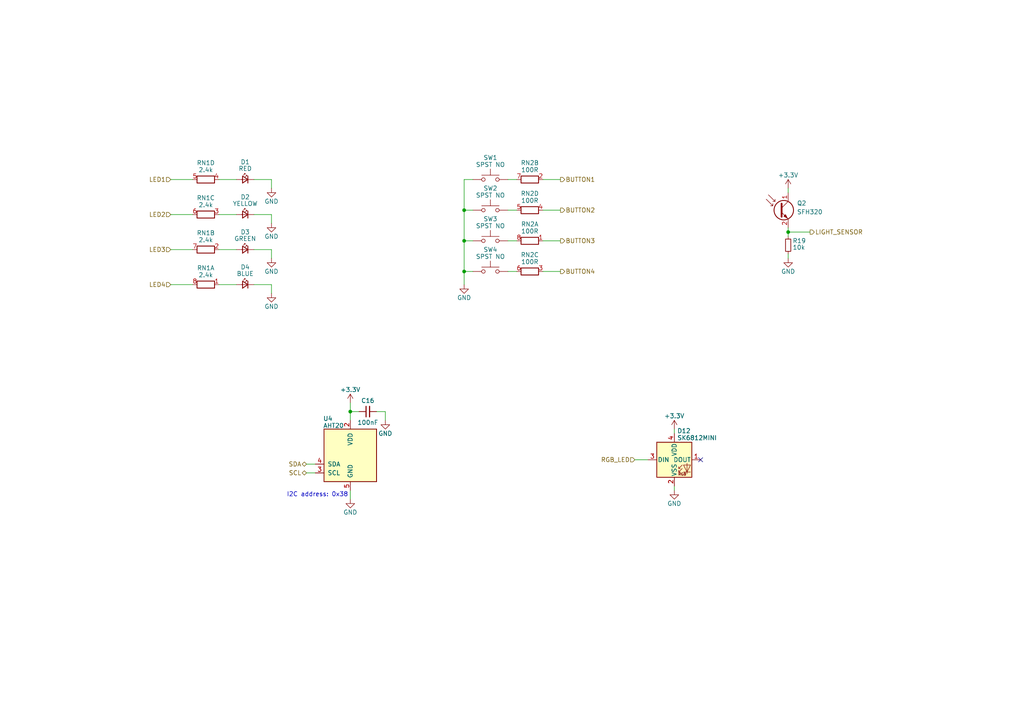
<source format=kicad_sch>
(kicad_sch (version 20240620) (generator "eeschema") (generator_version "8.99")
  (paper "A4")
  (title_block (title "FIIT ESP32 Kit") (date "2024-08-05") (rev "0.1") (company "FIIT STU") (comment 1 "Ing. Matej Pončák"))
  (lib_symbols
    (symbol "Device:C_Small" (pin_numbers hide) (pin_names (offset 0.254) hide)
      (property "Reference" "C" (at 0.254 1.778 0))
      (property "Value" "C_Small" (at 0.254 -2.032 0))
      (symbol "C_Small_0_1"
        (polyline (pts (xy -1.524 0.508) (xy 1.524 0.508)) (stroke (width 0.3048)))
        (polyline (pts (xy -1.524 -0.508) (xy 1.524 -0.508)) (stroke (width 0.3302)))
      )
      (symbol "C_Small_1_1"
        (pin passive line (at 0 2.54 270) (length 2.032) (name "~") (number "1"))
        (pin passive line (at 0 -2.54 90) (length 2.032) (name "~") (number "2"))
      )
    )
    (symbol "Device:LED_Small" (pin_numbers hide) (pin_names (offset 0.254) hide)
      (property "Reference" "D" (at -1.27 3.175 0))
      (property "Value" "LED_Small" (at -4.445 -2.54 0))
      (symbol "LED_Small_0_1"
        (polyline (pts (xy -0.762 -1.016) (xy -0.762 1.016)) (stroke (width 0.254)))
        (polyline (pts (xy 0 0.762) (xy -0.508 1.27) (xy -0.254 1.27) (xy -0.508 1.27) (xy -0.508 1.016)))
        (polyline (pts (xy 0.508 1.27) (xy 0 1.778) (xy 0.254 1.778) (xy 0 1.778) (xy 0 1.524)))
        (polyline (pts (xy 0.762 -1.016) (xy -0.762 0) (xy 0.762 1.016) (xy 0.762 -1.016)) (stroke (width 0.254)))
        (polyline (pts (xy 1.016 0) (xy -0.762 0)))
      )
      (symbol "LED_Small_1_1"
        (pin passive line (at -2.54 0 0) (length 1.778) (name "K") (number "1"))
        (pin passive line (at 2.54 0 180) (length 1.778) (name "A") (number "2"))
      )
    )
    (symbol "Device:R_Pack04_Split" (pin_names (offset 0) hide)
      (property "Reference" "RN" (at 2.032 0 90))
      (property "Value" "R_Pack04_Split" (at 0 0 90))
      (symbol "R_Pack04_Split_0_1"
        (rectangle (start 1.016 2.54) (end -1.016 -2.54) (stroke (width 0.254)))
      )
      (symbol "R_Pack04_Split_1_1"
        (pin passive line (at 0 3.81 270) (length 1.27) (name "R1.2") (number "8"))
        (pin passive line (at 0 -3.81 90) (length 1.27) (name "R1.1") (number "1"))
      )
      (symbol "R_Pack04_Split_2_1"
        (pin passive line (at 0 3.81 270) (length 1.27) (name "R2.2") (number "7"))
        (pin passive line (at 0 -3.81 90) (length 1.27) (name "R2.1") (number "2"))
      )
      (symbol "R_Pack04_Split_3_1"
        (pin passive line (at 0 3.81 270) (length 1.27) (name "R3.2") (number "6"))
        (pin passive line (at 0 -3.81 90) (length 1.27) (name "R3.1") (number "3"))
      )
      (symbol "R_Pack04_Split_4_1"
        (pin passive line (at 0 3.81 270) (length 1.27) (name "R4.2") (number "5"))
        (pin passive line (at 0 -3.81 90) (length 1.27) (name "R4.1") (number "4"))
      )
    )
    (symbol "Device:R_Small" (pin_numbers hide) (pin_names (offset 0.254) hide)
      (property "Reference" "R" (at 0.762 0.508 0))
      (property "Value" "R_Small" (at 0.762 -1.016 0))
      (symbol "R_Small_0_1"
        (rectangle (start -0.762 1.778) (end 0.762 -1.778) (stroke (width 0.2032)))
      )
      (symbol "R_Small_1_1"
        (pin passive line (at 0 2.54 270) (length 0.762) (name "~") (number "1"))
        (pin passive line (at 0 -2.54 90) (length 0.762) (name "~") (number "2"))
      )
    )
    (symbol "FIIT_Kit:AHT20" (pin_names (offset 1.016))
      (property "Reference" "U" (at -7.366 8.636 0))
      (property "Value" "AHT20" (at -7.62 -10.16 0))
      (symbol "AHT20_0_0"
        (rectangle (start -7.62 7.62) (end 7.62 -7.62) (stroke (width 0.254)) (fill (type background)))
      )
      (symbol "AHT20_1_0"
        (pin bidirectional line (at -10.16 -2.54 0) (length 2.54) (name "SDA") (number "4"))
        (pin bidirectional line (at -10.16 -5.08 0) (length 2.54) (name "SCL") (number "3"))
        (pin no_connect line (at -7.62 5.08 0) (length 2.54) hide (name "NC") (number "1"))
        (pin power_in line (at 0 10.16 270) (length 2.54) (name "VDD") (number "2"))
        (pin power_in line (at 0 -10.16 90) (length 2.54) (name "GND") (number "5"))
        (pin no_connect line (at 7.62 5.08 180) (length 2.54) hide (name "NC") (number "6"))
      )
    )
    (symbol "LED:SK6812MINI" (pin_names (offset 0.254))
      (property "Reference" "D" (at 5.08 5.715 0))
      (property "Value" "SK6812MINI" (at 1.27 -5.715 0))
      (symbol "SK6812MINI_0_0"
        (text "RGB" (at 2.286 -4.191 0) (effects (font (size 0.762 0.762))))
      )
      (symbol "SK6812MINI_0_1"
        (polyline (pts (xy 1.27 -2.54) (xy 1.778 -2.54)))
        (polyline (pts (xy 1.27 -3.556) (xy 1.778 -3.556)))
        (polyline (pts (xy 2.286 -1.524) (xy 1.27 -2.54) (xy 1.27 -2.032)))
        (polyline (pts (xy 2.286 -2.54) (xy 1.27 -3.556) (xy 1.27 -3.048)))
        (polyline (pts (xy 3.683 -1.016) (xy 3.683 -3.556) (xy 3.683 -4.064)))
        (polyline (pts (xy 4.699 -1.524) (xy 2.667 -1.524) (xy 3.683 -3.556) (xy 4.699 -1.524)))
        (polyline (pts (xy 4.699 -3.556) (xy 2.667 -3.556)))
        (rectangle (start 5.08 5.08) (end -5.08 -5.08) (stroke (width 0.254)) (fill (type background)))
      )
      (symbol "SK6812MINI_1_1"
        (pin input line (at -7.62 0 0) (length 2.54) (name "DIN") (number "3"))
        (pin power_in line (at 0 7.62 270) (length 2.54) (name "VDD") (number "4"))
        (pin power_in line (at 0 -7.62 90) (length 2.54) (name "VSS") (number "2"))
        (pin output line (at 7.62 0 180) (length 2.54) (name "DOUT") (number "1"))
      )
    )
    (symbol "Sensor_Optical:SFH320" (pin_names (offset 0) hide)
      (property "Reference" "Q" (at 5.08 1.27 0))
      (property "Value" "SFH320" (at 5.08 -1.27 0))
      (symbol "SFH320_0_1"
        (polyline (pts (xy -3.81 3.175) (xy -1.905 1.27) (xy -1.905 1.905)))
        (polyline (pts (xy -3.175 4.445) (xy -1.27 2.54) (xy -1.27 3.175)))
        (polyline (pts (xy -1.905 1.27) (xy -2.54 1.27)))
        (polyline (pts (xy -1.27 2.54) (xy -1.905 2.54)))
        (polyline (pts (xy 0.635 1.905) (xy 0.635 -1.905) (xy 0.635 -1.905)) (stroke (width 0.508)))
        (polyline (pts (xy 0.635 0.635) (xy 2.54 2.54)))
        (polyline (pts (xy 0.635 -0.635) (xy 2.54 -2.54) (xy 2.54 -2.54)))
        (circle (center 1.27 0) (radius 2.8194) (stroke (width 0.254)))
        (polyline (pts (xy 1.27 -1.778) (xy 1.778 -1.27) (xy 2.286 -2.286) (xy 1.27 -1.778) (xy 1.27 -1.778)) (fill (type outline)))
      )
      (symbol "SFH320_1_1"
        (pin passive line (at 2.54 5.08 270) (length 2.54) (name "C") (number "1"))
        (pin passive line (at 2.54 -5.08 90) (length 2.54) (name "E") (number "2"))
      )
    )
    (symbol "Switch:SW_Push" (pin_numbers hide) (pin_names (offset 1.016) hide)
      (property "Reference" "SW" (at 1.27 2.54 0))
      (property "Value" "SW_Push" (at 0 -1.524 0))
      (symbol "SW_Push_0_1"
        (circle (center -2.032 0) (radius 0.508))
        (polyline (pts (xy 0 1.27) (xy 0 3.048)))
        (circle (center 2.032 0) (radius 0.508))
        (polyline (pts (xy 2.54 1.27) (xy -2.54 1.27)))
        (pin passive line (at -5.08 0 0) (length 2.54) (name "1") (number "1"))
        (pin passive line (at 5.08 0 180) (length 2.54) (name "2") (number "2"))
      )
    )
    (symbol "power:+3.3V" (power) (pin_names (offset 0))
      (property "Value" "+3.3V" (at 0 3.556 0))
      (symbol "+3.3V_0_1"
        (polyline (pts (xy -0.762 1.27) (xy 0 2.54)))
        (polyline (pts (xy 0 2.54) (xy 0.762 1.27)))
        (polyline (pts (xy 0 0) (xy 0 2.54)))
      )
      (symbol "+3.3V_1_1"
        (pin power_in line (at 0 0 90) (length 0) hide (name "+3.3V") (number "1"))
      )
    )
    (symbol "power:GND" (power) (pin_names (offset 0))
      (property "Value" "GND" (at 0 -3.81 0))
      (symbol "GND_0_1"
        (polyline (pts (xy 0 0) (xy 0 -1.27) (xy 1.27 -1.27) (xy 0 -2.54) (xy -1.27 -1.27) (xy 0 -1.27)))
      )
      (symbol "GND_1_1"
        (pin power_in line (at 0 0 270) (length 0) hide (name "GND") (number "1"))
      )
    )
  )
  (text "I2C address: 0x38" (at 92.075 143.51 0) (effects (font (size 1.27 1.27))))
  (junction (at 134.62 69.85))
  (junction (at 101.6 119.38))
  (junction (at 228.6 67.31))
  (junction (at 134.62 78.74))
  (junction (at 134.62 60.96))
  (no_connect (at 203.2 133.35))
  (wire (pts (xy 63.5 72.39) (xy 68.58 72.39)))
  (wire (pts (xy 63.5 62.23) (xy 68.58 62.23)))
  (wire (pts (xy 134.62 52.07) (xy 134.62 60.96)))
  (wire (pts (xy 88.9 137.16) (xy 91.44 137.16)))
  (wire (pts (xy 147.32 78.74) (xy 149.86 78.74)))
  (wire (pts (xy 49.53 82.55) (xy 55.88 82.55)))
  (wire (pts (xy 134.62 60.96) (xy 134.62 69.85)))
  (wire (pts (xy 134.62 78.74) (xy 137.16 78.74)))
  (wire (pts (xy 162.56 60.96) (xy 157.48 60.96)))
  (wire (pts (xy 78.74 72.39) (xy 78.74 74.93)))
  (wire (pts (xy 137.16 52.07) (xy 134.62 52.07)))
  (wire (pts (xy 49.53 62.23) (xy 55.88 62.23)))
  (wire (pts (xy 134.62 60.96) (xy 137.16 60.96)))
  (wire (pts (xy 63.5 52.07) (xy 68.58 52.07)))
  (wire (pts (xy 101.6 142.24) (xy 101.6 144.78)))
  (wire (pts (xy 195.58 140.97) (xy 195.58 142.24)))
  (wire (pts (xy 101.6 116.84) (xy 101.6 119.38)))
  (wire (pts (xy 147.32 52.07) (xy 149.86 52.07)))
  (wire (pts (xy 111.76 119.38) (xy 111.76 121.92)))
  (wire (pts (xy 147.32 60.96) (xy 149.86 60.96)))
  (wire (pts (xy 134.62 69.85) (xy 137.16 69.85)))
  (wire (pts (xy 109.22 119.38) (xy 111.76 119.38)))
  (wire (pts (xy 101.6 119.38) (xy 101.6 121.92)))
  (wire (pts (xy 88.9 134.62) (xy 91.44 134.62)))
  (wire (pts (xy 195.58 124.46) (xy 195.58 125.73)))
  (wire (pts (xy 228.6 67.31) (xy 234.95 67.31)))
  (wire (pts (xy 101.6 119.38) (xy 104.14 119.38)))
  (wire (pts (xy 162.56 52.07) (xy 157.48 52.07)))
  (wire (pts (xy 184.15 133.35) (xy 187.96 133.35)))
  (wire (pts (xy 228.6 66.04) (xy 228.6 67.31)))
  (wire (pts (xy 73.66 52.07) (xy 78.74 52.07)))
  (wire (pts (xy 134.62 78.74) (xy 134.62 82.55)))
  (wire (pts (xy 228.6 54.61) (xy 228.6 55.88)))
  (wire (pts (xy 228.6 73.66) (xy 228.6 74.93)))
  (wire (pts (xy 73.66 62.23) (xy 78.74 62.23)))
  (wire (pts (xy 49.53 72.39) (xy 55.88 72.39)))
  (wire (pts (xy 162.56 69.85) (xy 157.48 69.85)))
  (wire (pts (xy 147.32 69.85) (xy 149.86 69.85)))
  (wire (pts (xy 78.74 82.55) (xy 78.74 85.09)))
  (wire (pts (xy 134.62 69.85) (xy 134.62 78.74)))
  (wire (pts (xy 78.74 62.23) (xy 78.74 64.77)))
  (wire (pts (xy 73.66 82.55) (xy 78.74 82.55)))
  (wire (pts (xy 162.56 78.74) (xy 157.48 78.74)))
  (wire (pts (xy 73.66 72.39) (xy 78.74 72.39)))
  (wire (pts (xy 228.6 67.31) (xy 228.6 68.58)))
  (wire (pts (xy 63.5 82.55) (xy 68.58 82.55)))
  (wire (pts (xy 78.74 52.07) (xy 78.74 54.61)))
  (wire (pts (xy 49.53 52.07) (xy 55.88 52.07)))
  (hierarchical_label "SCL" (shape bidirectional) (at 88.9 137.16 180))
  (hierarchical_label "SDA" (shape bidirectional) (at 88.9 134.62 180))
  (hierarchical_label "LED1" (shape input) (at 49.53 52.07 180))
  (hierarchical_label "LED2" (shape input) (at 49.53 62.23 180))
  (hierarchical_label "LED3" (shape input) (at 49.53 72.39 180))
  (hierarchical_label "BUTTON2" (shape output) (at 162.56 60.96 0))
  (hierarchical_label "LIGHT_SENSOR" (shape output) (at 234.95 67.31 0))
  (hierarchical_label "RGB_LED" (shape input) (at 184.15 133.35 180))
  (hierarchical_label "BUTTON3" (shape output) (at 162.56 69.85 0))
  (hierarchical_label "BUTTON4" (shape output) (at 162.56 78.74 0))
  (hierarchical_label "LED4" (shape input) (at 49.53 82.55 180))
  (hierarchical_label "BUTTON1" (shape output) (at 162.56 52.07 0))
  (symbol (lib_id "power:GND") (at 134.62 82.55 0) (unit 1)
    (property "Reference" "#PWR062" (effects (hide yes)))
    (property "Value" "GND" (at 134.62 86.36 0))
    (property "Description" "Power symbol creates a global label with name \"GND\" , ground" (effects (hide yes)))
  )
  (symbol (lib_id "power:GND") (at 78.74 85.09 0) (unit 1)
    (property "Reference" "#PWR058" (effects (hide yes)))
    (property "Value" "GND" (at 78.74 88.9 0))
    (property "Description" "Power symbol creates a global label with name \"GND\" , ground" (effects (hide yes)))
  )
  (symbol (lib_id "Device:R_Pack04_Split") (at 59.69 62.23 90) (unit 3)
    (property "Reference" "RN1" (at 59.69 57.404 90))
    (property "Value" "2.4k" (at 59.69 59.436 90))
    (property "Footprint" "Resistor_SMD:R_Array_Convex_4x0603" (effects (hide yes)))
    (property "Description" "4 resistor network, parallel topology, split" (effects (hide yes)))
    (property "LCSC" "C425225" (effects (hide yes)))
    (property "Manufacturer Part Number" "4D03WGF2401T5E" (effects (hide yes)))
  )
  (symbol (lib_id "power:GND") (at 101.6 144.78 0) (unit 1)
    (property "Reference" "#PWR060" (effects (hide yes)))
    (property "Value" "GND" (at 101.6 148.59 0))
    (property "Description" "Power symbol creates a global label with name \"GND\" , ground" (effects (hide yes)))
  )
  (symbol (lib_id "Device:LED_Small") (at 71.12 72.39 0) (mirror y) (unit 1)
    (property "Reference" "D3" (at 71.12 67.31 0))
    (property "Value" "GREEN" (at 71.12 69.215 0))
    (property "Footprint" "LED_SMD:LED_0805_2012Metric" (effects (hide yes)))
    (property "Description" "Light emitting diode, small symbol" (effects (hide yes)))
    (property "LCSC" "C2297" (effects (hide yes)))
    (property "Manufacturer Part Number" "KT-0805G" (effects (hide yes)))
  )
  (symbol (lib_id "Device:R_Pack04_Split") (at 59.69 72.39 90) (unit 2)
    (property "Reference" "RN1" (at 59.69 67.564 90))
    (property "Value" "2.4k" (at 59.69 69.596 90))
    (property "Footprint" "Resistor_SMD:R_Array_Convex_4x0603" (effects (hide yes)))
    (property "Description" "4 resistor network, parallel topology, split" (effects (hide yes)))
    (property "LCSC" "C425225" (effects (hide yes)))
    (property "Manufacturer Part Number" "4D03WGF2401T5E" (effects (hide yes)))
  )
  (symbol (lib_id "Switch:SW_Push") (at 142.24 69.85 0) (unit 1)
    (property "Reference" "SW3" (at 142.24 63.5 0))
    (property "Value" "SPST NO" (at 142.24 65.532 0))
    (property "Footprint" "Button_Switch_SMD:SW_SPST_PTS647_Sx38" (effects (hide yes)))
    (property "Description" "Push button switch, generic, two pins" (effects (hide yes)))
    (property "Manufacturer Part Number" "TS-1187A-B-A-B" (effects (hide yes)))
    (property "LCSC" "C318884" (effects (hide yes)))
  )
  (symbol (lib_id "Device:LED_Small") (at 71.12 52.07 0) (mirror y) (unit 1)
    (property "Reference" "D1" (at 71.12 46.99 0))
    (property "Value" "RED" (at 71.12 48.895 0))
    (property "Footprint" "LED_SMD:LED_0805_2012Metric" (effects (hide yes)))
    (property "Description" "Light emitting diode, small symbol" (effects (hide yes)))
    (property "LCSC" "C2295" (effects (hide yes)))
    (property "Manufacturer Part Number" "KT-0805R" (effects (hide yes)))
  )
  (symbol (lib_id "power:GND") (at 78.74 74.93 0) (unit 1)
    (property "Reference" "#PWR057" (effects (hide yes)))
    (property "Value" "GND" (at 78.74 78.74 0))
    (property "Description" "Power symbol creates a global label with name \"GND\" , ground" (effects (hide yes)))
  )
  (symbol (lib_id "Device:R_Pack04_Split") (at 153.67 69.85 90) (unit 1)
    (property "Reference" "RN2" (at 153.67 65.024 90))
    (property "Value" "100R" (at 153.67 67.056 90))
    (property "Footprint" "Resistor_SMD:R_Array_Convex_4x0603" (effects (hide yes)))
    (property "Description" "4 resistor network, parallel topology, split" (effects (hide yes)))
    (property "LCSC" "C425240" (effects (hide yes)))
    (property "Manufacturer Part Number" "4D03WGF1000T5E" (effects (hide yes)))
  )
  (symbol (lib_id "power:GND") (at 78.74 64.77 0) (unit 1)
    (property "Reference" "#PWR056" (effects (hide yes)))
    (property "Value" "GND" (at 78.74 68.58 0))
    (property "Description" "Power symbol creates a global label with name \"GND\" , ground" (effects (hide yes)))
  )
  (symbol (lib_id "power:+3.3V") (at 195.58 124.46 0) (unit 1)
    (property "Reference" "#PWR063" (effects (hide yes)))
    (property "Value" "+3.3V" (at 195.58 120.65 0))
    (property "Description" "Power symbol creates a global label with name \"+3.3V\"" (effects (hide yes)))
  )
  (symbol (lib_id "Device:R_Pack04_Split") (at 153.67 60.96 90) (unit 4)
    (property "Reference" "RN2" (at 153.67 56.134 90))
    (property "Value" "100R" (at 153.67 58.166 90))
    (property "Footprint" "Resistor_SMD:R_Array_Convex_4x0603" (effects (hide yes)))
    (property "Description" "4 resistor network, parallel topology, split" (effects (hide yes)))
    (property "LCSC" "C425240" (effects (hide yes)))
    (property "Manufacturer Part Number" "4D03WGF1000T5E" (effects (hide yes)))
  )
  (symbol (lib_id "power:+3.3V") (at 228.6 54.61 0) (unit 1)
    (property "Reference" "#PWR065" (effects (hide yes)))
    (property "Value" "+3.3V" (at 228.6 50.8 0))
    (property "Description" "Power symbol creates a global label with name \"+3.3V\"" (effects (hide yes)))
  )
  (symbol (lib_id "Switch:SW_Push") (at 142.24 60.96 0) (unit 1)
    (property "Reference" "SW2" (at 142.24 54.61 0))
    (property "Value" "SPST NO" (at 142.24 56.642 0))
    (property "Footprint" "Button_Switch_SMD:SW_SPST_PTS647_Sx38" (effects (hide yes)))
    (property "Description" "Push button switch, generic, two pins" (effects (hide yes)))
    (property "Manufacturer Part Number" "TS-1187A-B-A-B" (effects (hide yes)))
    (property "LCSC" "C318884" (effects (hide yes)))
  )
  (symbol (lib_id "Device:C_Small") (at 106.68 119.38 90) (unit 1)
    (property "Reference" "C16" (at 106.68 116.205 90))
    (property "Value" "100nF" (at 106.68 122.555 90))
    (property "Footprint" "Capacitor_SMD:C_0603_1608Metric" (effects (hide yes)))
    (property "Description" "Unpolarized capacitor, small symbol" (effects (hide yes)))
    (property "LCSC" "C14663" (effects (hide yes)))
    (property "Manufacturer Part Number" "CC0603KRX7R9BB104" (effects (hide yes)))
  )
  (symbol (lib_id "Device:R_Pack04_Split") (at 153.67 52.07 90) (unit 2)
    (property "Reference" "RN2" (at 153.67 47.244 90))
    (property "Value" "100R" (at 153.67 49.276 90))
    (property "Footprint" "Resistor_SMD:R_Array_Convex_4x0603" (effects (hide yes)))
    (property "Description" "4 resistor network, parallel topology, split" (effects (hide yes)))
    (property "LCSC" "C425240" (effects (hide yes)))
    (property "Manufacturer Part Number" "4D03WGF1000T5E" (effects (hide yes)))
  )
  (symbol (lib_id "LED:SK6812MINI") (at 195.58 133.35 0) (unit 1)
    (property "Reference" "D12" (at 198.374 124.968 0))
    (property "Value" "SK6812MINI" (at 202.184 127 0))
    (property "Footprint" "LED_SMD:LED_SK6812MINI_PLCC4_3.5x3.5mm_P1.75mm" (effects (hide yes)))
    (property "Datasheet" "https://cdn-shop.adafruit.com/product-files/2686/SK6812MINI_REV.01-1-2.pdf" (effects (hide yes)))
    (property "Description" "RGB LED with integrated controller" (effects (hide yes)))
    (property "LCSC" "C2886570" (effects (hide yes)))
    (property "Manufacturer Part Number" "SK6812mini" (effects (hide yes)))
  )
  (symbol (lib_id "Device:R_Pack04_Split") (at 59.69 82.55 90) (unit 1)
    (property "Reference" "RN1" (at 59.69 77.724 90))
    (property "Value" "2.4k" (at 59.69 79.756 90))
    (property "Footprint" "Resistor_SMD:R_Array_Convex_4x0603" (effects (hide yes)))
    (property "Description" "4 resistor network, parallel topology, split" (effects (hide yes)))
    (property "LCSC" "C425225" (effects (hide yes)))
    (property "Manufacturer Part Number" "4D03WGF2401T5E" (effects (hide yes)))
  )
  (symbol (lib_id "Device:R_Pack04_Split") (at 153.67 78.74 90) (unit 3)
    (property "Reference" "RN2" (at 153.67 73.914 90))
    (property "Value" "100R" (at 153.67 75.946 90))
    (property "Footprint" "Resistor_SMD:R_Array_Convex_4x0603" (effects (hide yes)))
    (property "Description" "4 resistor network, parallel topology, split" (effects (hide yes)))
    (property "LCSC" "C425240" (effects (hide yes)))
    (property "Manufacturer Part Number" "4D03WGF1000T5E" (effects (hide yes)))
  )
  (symbol (lib_id "Device:R_Small") (at 228.6 71.12 0) (unit 1)
    (property "Reference" "R19" (at 229.87 69.85 0) (effects (justify left)))
    (property "Value" "10k" (at 229.87 71.755 0) (effects (justify left)))
    (property "Footprint" "Resistor_SMD:R_0603_1608Metric" (effects (hide yes)))
    (property "Description" "Resistor, small symbol" (effects (hide yes)))
    (property "LCSC" "C25804" (effects (hide yes)))
    (property "Manufacturer Part Number" "0603WAF1002T5E" (effects (hide yes)))
  )
  (symbol (lib_id "power:GND") (at 228.6 74.93 0) (unit 1)
    (property "Reference" "#PWR066" (effects (hide yes)))
    (property "Value" "GND" (at 228.6 78.74 0))
    (property "Description" "Power symbol creates a global label with name \"GND\" , ground" (effects (hide yes)))
  )
  (symbol (lib_id "Device:R_Pack04_Split") (at 59.69 52.07 90) (unit 4)
    (property "Reference" "RN1" (at 59.69 47.244 90))
    (property "Value" "2.4k" (at 59.69 49.276 90))
    (property "Footprint" "Resistor_SMD:R_Array_Convex_4x0603" (effects (hide yes)))
    (property "Description" "4 resistor network, parallel topology, split" (effects (hide yes)))
    (property "LCSC" "C425225" (effects (hide yes)))
    (property "Manufacturer Part Number" "4D03WGF2401T5E" (effects (hide yes)))
  )
  (symbol (lib_id "power:GND") (at 78.74 54.61 0) (unit 1)
    (property "Reference" "#PWR055" (effects (hide yes)))
    (property "Value" "GND" (at 78.74 58.42 0))
    (property "Description" "Power symbol creates a global label with name \"GND\" , ground" (effects (hide yes)))
  )
  (symbol (lib_id "Switch:SW_Push") (at 142.24 52.07 0) (unit 1)
    (property "Reference" "SW1" (at 142.24 45.72 0))
    (property "Value" "SPST NO" (at 142.24 47.752 0))
    (property "Footprint" "Button_Switch_SMD:SW_SPST_PTS647_Sx38" (effects (hide yes)))
    (property "Description" "Push button switch, generic, two pins" (effects (hide yes)))
    (property "Manufacturer Part Number" "TS-1187A-B-A-B" (effects (hide yes)))
    (property "LCSC" "C318884" (effects (hide yes)))
  )
  (symbol (lib_id "Switch:SW_Push") (at 142.24 78.74 0) (unit 1)
    (property "Reference" "SW4" (at 142.24 72.39 0))
    (property "Value" "SPST NO" (at 142.24 74.422 0))
    (property "Footprint" "Button_Switch_SMD:SW_SPST_PTS647_Sx38" (effects (hide yes)))
    (property "Description" "Push button switch, generic, two pins" (effects (hide yes)))
    (property "Manufacturer Part Number" "TS-1187A-B-A-B" (effects (hide yes)))
    (property "LCSC" "C318884" (effects (hide yes)))
  )
  (symbol (lib_id "FIIT_Kit:AHT20") (at 101.6 132.08 0) (unit 1)
    (property "Reference" "U4" (at 93.726 121.412 0) (effects (justify left)))
    (property "Value" "AHT20" (at 93.726 123.444 0) (effects (justify left)))
    (property "Footprint" "FIIT_Kit:AHT20" (effects (hide yes)))
    (property "Datasheet" "https://files.seeedstudio.com/wiki/Grove-AHT20_I2C_Industrial_Grade_Temperature_and_Humidity_Sensor/AHT20-datasheet-2020-4-16.pdf" (effects (hide yes)))
    (property "LCSC" "C2757850" (effects (hide yes)))
    (property "Manufacturer Part Number" "AHT20" (effects (hide yes)))
  )
  (symbol (lib_id "Sensor_Optical:SFH320") (at 226.06 60.96 0) (unit 1)
    (property "Reference" "Q2" (at 231.14 58.9406 0) (effects (justify left)))
    (property "Value" "SFH320" (at 231.14 61.4806 0) (effects (justify left)))
    (property "Footprint" "FIIT_Kit:TEMT6000X01" (effects (hide yes)))
    (property "Datasheet" "https://look.ams-osram.com/m/5397c5d8583a26cf/original/SFH-320.pdf" (effects (hide yes)))
    (property "Description" "Silicon NPN Phototransistor, PLCC-2" (effects (hide yes)))
    (property "LCSC" "C94098" (effects (hide yes)))
    (property "Manufacturer Part Number" "TEMT6000X01" (effects (hide yes)))
  )
  (symbol (lib_id "power:+3.3V") (at 101.6 116.84 0) (unit 1)
    (property "Reference" "#PWR059" (effects (hide yes)))
    (property "Value" "+3.3V" (at 101.6 113.03 0))
    (property "Description" "Power symbol creates a global label with name \"+3.3V\"" (effects (hide yes)))
  )
  (symbol (lib_id "power:GND") (at 195.58 142.24 0) (unit 1)
    (property "Reference" "#PWR064" (effects (hide yes)))
    (property "Value" "GND" (at 195.58 146.05 0))
    (property "Description" "Power symbol creates a global label with name \"GND\" , ground" (effects (hide yes)))
  )
  (symbol (lib_id "Device:LED_Small") (at 71.12 62.23 0) (mirror y) (unit 1)
    (property "Reference" "D2" (at 71.12 57.15 0))
    (property "Value" "YELLOW" (at 71.12 59.055 0))
    (property "Footprint" "LED_SMD:LED_0805_2012Metric" (effects (hide yes)))
    (property "Description" "Light emitting diode, small symbol" (effects (hide yes)))
    (property "LCSC" "C2296" (effects (hide yes)))
    (property "Manufacturer Part Number" "KT-0805Y" (effects (hide yes)))
  )
  (symbol (lib_id "power:GND") (at 111.76 121.92 0) (unit 1)
    (property "Reference" "#PWR061" (effects (hide yes)))
    (property "Value" "GND" (at 111.76 125.73 0))
    (property "Description" "Power symbol creates a global label with name \"GND\" , ground" (effects (hide yes)))
  )
  (symbol (lib_id "Device:LED_Small") (at 71.12 82.55 0) (mirror y) (unit 1)
    (property "Reference" "D4" (at 71.12 77.47 0))
    (property "Value" "BLUE" (at 71.12 79.375 0))
    (property "Footprint" "LED_SMD:LED_0805_2012Metric" (effects (hide yes)))
    (property "Description" "Light emitting diode, small symbol" (effects (hide yes)))
    (property "LCSC" "C2293" (effects (hide yes)))
    (property "Manufacturer Part Number" "KT-0805B" (effects (hide yes)))
  )
)
</source>
